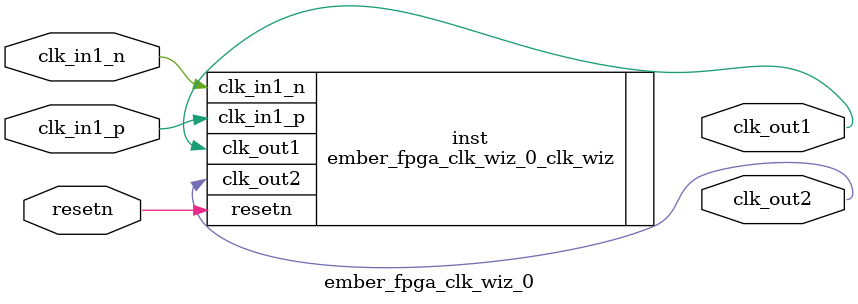
<source format=v>


`timescale 1ps/1ps

(* CORE_GENERATION_INFO = "ember_fpga_clk_wiz_0,clk_wiz_v6_0_6_0_0,{component_name=ember_fpga_clk_wiz_0,use_phase_alignment=true,use_min_o_jitter=false,use_max_i_jitter=false,use_dyn_phase_shift=false,use_inclk_switchover=false,use_dyn_reconfig=false,enable_axi=0,feedback_source=FDBK_AUTO,PRIMITIVE=MMCM,num_out_clk=2,clkin1_period=5.000,clkin2_period=10.0,use_power_down=false,use_reset=true,use_locked=false,use_inclk_stopped=false,feedback_type=SINGLE,CLOCK_MGR_TYPE=NA,manual_override=false}" *)

module ember_fpga_clk_wiz_0 
 (
  // Clock out ports
  output        clk_out1,
  output        clk_out2,
  // Status and control signals
  input         resetn,
 // Clock in ports
  input         clk_in1_p,
  input         clk_in1_n
 );

  ember_fpga_clk_wiz_0_clk_wiz inst
  (
  // Clock out ports  
  .clk_out1(clk_out1),
  .clk_out2(clk_out2),
  // Status and control signals               
  .resetn(resetn), 
 // Clock in ports
  .clk_in1_p(clk_in1_p),
  .clk_in1_n(clk_in1_n)
  );

endmodule

</source>
